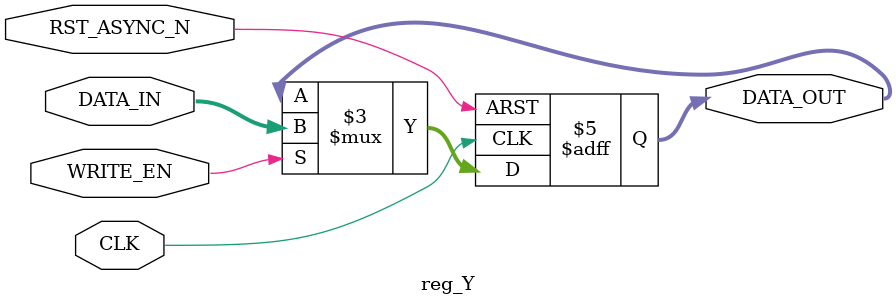
<source format=v>
/*-----------------------------------------------------------------------------------
* File: reg_Y.v
* Date generated: 25/03/2023
* Date modified: 10/05/2023
* Author: Bruna Suemi Nagai
* Description: Stores the accumulated vertical coordenate
*----------------------------------------------------------------------------------- */

module reg_Y (
    CLK,
    RST_ASYNC_N, 
    WRITE_EN,
    DATA_IN,  
    DATA_OUT
);


// ------------------------------------------
// IO declaration
// ------------------------------------------
    input CLK;                              // Clock
    input RST_ASYNC_N;						// Asynchronous reset
    input WRITE_EN;							// Enables writing
    input signed [7:0] DATA_IN;			// Data in
    output reg signed [7:0] DATA_OUT;	    // Data out
    

// ------------------------------------------
// Sequential logic
// ------------------------------------------
always @(posedge CLK, negedge RST_ASYNC_N) begin
if (!RST_ASYNC_N)                        // If rst async is low
    begin
            DATA_OUT <= 8'b0;
    end
    
    else if (WRITE_EN) 		 			    // If write enable is high
    begin
        DATA_OUT <= DATA_IN; 			    // Write data to the register at the specified address
    end 
end

endmodule // reg_Y
    
</source>
